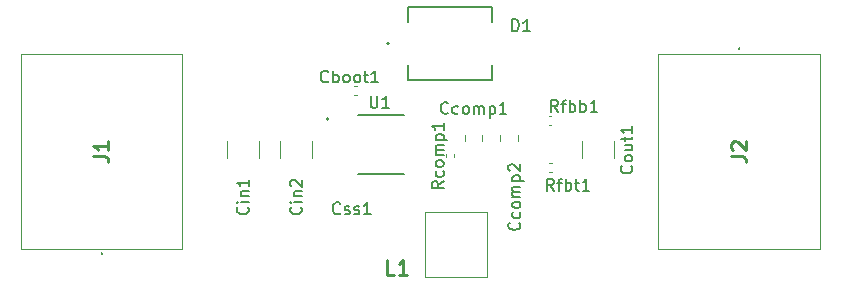
<source format=gto>
%TF.GenerationSoftware,KiCad,Pcbnew,9.0.4*%
%TF.CreationDate,2025-09-24T03:04:27+03:00*%
%TF.ProjectId,TPS54331DDAR_Buck_converter,54505335-3433-4333-9144-4441525f4275,rev?*%
%TF.SameCoordinates,Original*%
%TF.FileFunction,Legend,Top*%
%TF.FilePolarity,Positive*%
%FSLAX46Y46*%
G04 Gerber Fmt 4.6, Leading zero omitted, Abs format (unit mm)*
G04 Created by KiCad (PCBNEW 9.0.4) date 2025-09-24 03:04:27*
%MOMM*%
%LPD*%
G01*
G04 APERTURE LIST*
%ADD10C,0.150000*%
%ADD11C,0.254000*%
%ADD12C,0.120000*%
%ADD13C,0.100000*%
%ADD14C,0.200000*%
%ADD15C,0.127000*%
G04 APERTURE END LIST*
D10*
X121359580Y-82357142D02*
X121407200Y-82404761D01*
X121407200Y-82404761D02*
X121454819Y-82547618D01*
X121454819Y-82547618D02*
X121454819Y-82642856D01*
X121454819Y-82642856D02*
X121407200Y-82785713D01*
X121407200Y-82785713D02*
X121311961Y-82880951D01*
X121311961Y-82880951D02*
X121216723Y-82928570D01*
X121216723Y-82928570D02*
X121026247Y-82976189D01*
X121026247Y-82976189D02*
X120883390Y-82976189D01*
X120883390Y-82976189D02*
X120692914Y-82928570D01*
X120692914Y-82928570D02*
X120597676Y-82880951D01*
X120597676Y-82880951D02*
X120502438Y-82785713D01*
X120502438Y-82785713D02*
X120454819Y-82642856D01*
X120454819Y-82642856D02*
X120454819Y-82547618D01*
X120454819Y-82547618D02*
X120502438Y-82404761D01*
X120502438Y-82404761D02*
X120550057Y-82357142D01*
X121454819Y-81928570D02*
X120788152Y-81928570D01*
X120454819Y-81928570D02*
X120502438Y-81976189D01*
X120502438Y-81976189D02*
X120550057Y-81928570D01*
X120550057Y-81928570D02*
X120502438Y-81880951D01*
X120502438Y-81880951D02*
X120454819Y-81928570D01*
X120454819Y-81928570D02*
X120550057Y-81928570D01*
X120788152Y-81452380D02*
X121454819Y-81452380D01*
X120883390Y-81452380D02*
X120835771Y-81404761D01*
X120835771Y-81404761D02*
X120788152Y-81309523D01*
X120788152Y-81309523D02*
X120788152Y-81166666D01*
X120788152Y-81166666D02*
X120835771Y-81071428D01*
X120835771Y-81071428D02*
X120931009Y-81023809D01*
X120931009Y-81023809D02*
X121454819Y-81023809D01*
X120550057Y-80595237D02*
X120502438Y-80547618D01*
X120502438Y-80547618D02*
X120454819Y-80452380D01*
X120454819Y-80452380D02*
X120454819Y-80214285D01*
X120454819Y-80214285D02*
X120502438Y-80119047D01*
X120502438Y-80119047D02*
X120550057Y-80071428D01*
X120550057Y-80071428D02*
X120645295Y-80023809D01*
X120645295Y-80023809D02*
X120740533Y-80023809D01*
X120740533Y-80023809D02*
X120883390Y-80071428D01*
X120883390Y-80071428D02*
X121454819Y-80642856D01*
X121454819Y-80642856D02*
X121454819Y-80023809D01*
X124703809Y-82859580D02*
X124656190Y-82907200D01*
X124656190Y-82907200D02*
X124513333Y-82954819D01*
X124513333Y-82954819D02*
X124418095Y-82954819D01*
X124418095Y-82954819D02*
X124275238Y-82907200D01*
X124275238Y-82907200D02*
X124180000Y-82811961D01*
X124180000Y-82811961D02*
X124132381Y-82716723D01*
X124132381Y-82716723D02*
X124084762Y-82526247D01*
X124084762Y-82526247D02*
X124084762Y-82383390D01*
X124084762Y-82383390D02*
X124132381Y-82192914D01*
X124132381Y-82192914D02*
X124180000Y-82097676D01*
X124180000Y-82097676D02*
X124275238Y-82002438D01*
X124275238Y-82002438D02*
X124418095Y-81954819D01*
X124418095Y-81954819D02*
X124513333Y-81954819D01*
X124513333Y-81954819D02*
X124656190Y-82002438D01*
X124656190Y-82002438D02*
X124703809Y-82050057D01*
X125084762Y-82907200D02*
X125180000Y-82954819D01*
X125180000Y-82954819D02*
X125370476Y-82954819D01*
X125370476Y-82954819D02*
X125465714Y-82907200D01*
X125465714Y-82907200D02*
X125513333Y-82811961D01*
X125513333Y-82811961D02*
X125513333Y-82764342D01*
X125513333Y-82764342D02*
X125465714Y-82669104D01*
X125465714Y-82669104D02*
X125370476Y-82621485D01*
X125370476Y-82621485D02*
X125227619Y-82621485D01*
X125227619Y-82621485D02*
X125132381Y-82573866D01*
X125132381Y-82573866D02*
X125084762Y-82478628D01*
X125084762Y-82478628D02*
X125084762Y-82431009D01*
X125084762Y-82431009D02*
X125132381Y-82335771D01*
X125132381Y-82335771D02*
X125227619Y-82288152D01*
X125227619Y-82288152D02*
X125370476Y-82288152D01*
X125370476Y-82288152D02*
X125465714Y-82335771D01*
X125894286Y-82907200D02*
X125989524Y-82954819D01*
X125989524Y-82954819D02*
X126180000Y-82954819D01*
X126180000Y-82954819D02*
X126275238Y-82907200D01*
X126275238Y-82907200D02*
X126322857Y-82811961D01*
X126322857Y-82811961D02*
X126322857Y-82764342D01*
X126322857Y-82764342D02*
X126275238Y-82669104D01*
X126275238Y-82669104D02*
X126180000Y-82621485D01*
X126180000Y-82621485D02*
X126037143Y-82621485D01*
X126037143Y-82621485D02*
X125941905Y-82573866D01*
X125941905Y-82573866D02*
X125894286Y-82478628D01*
X125894286Y-82478628D02*
X125894286Y-82431009D01*
X125894286Y-82431009D02*
X125941905Y-82335771D01*
X125941905Y-82335771D02*
X126037143Y-82288152D01*
X126037143Y-82288152D02*
X126180000Y-82288152D01*
X126180000Y-82288152D02*
X126275238Y-82335771D01*
X127275238Y-82954819D02*
X126703810Y-82954819D01*
X126989524Y-82954819D02*
X126989524Y-81954819D01*
X126989524Y-81954819D02*
X126894286Y-82097676D01*
X126894286Y-82097676D02*
X126799048Y-82192914D01*
X126799048Y-82192914D02*
X126703810Y-82240533D01*
X123690475Y-71699580D02*
X123642856Y-71747200D01*
X123642856Y-71747200D02*
X123499999Y-71794819D01*
X123499999Y-71794819D02*
X123404761Y-71794819D01*
X123404761Y-71794819D02*
X123261904Y-71747200D01*
X123261904Y-71747200D02*
X123166666Y-71651961D01*
X123166666Y-71651961D02*
X123119047Y-71556723D01*
X123119047Y-71556723D02*
X123071428Y-71366247D01*
X123071428Y-71366247D02*
X123071428Y-71223390D01*
X123071428Y-71223390D02*
X123119047Y-71032914D01*
X123119047Y-71032914D02*
X123166666Y-70937676D01*
X123166666Y-70937676D02*
X123261904Y-70842438D01*
X123261904Y-70842438D02*
X123404761Y-70794819D01*
X123404761Y-70794819D02*
X123499999Y-70794819D01*
X123499999Y-70794819D02*
X123642856Y-70842438D01*
X123642856Y-70842438D02*
X123690475Y-70890057D01*
X124119047Y-71794819D02*
X124119047Y-70794819D01*
X124119047Y-71175771D02*
X124214285Y-71128152D01*
X124214285Y-71128152D02*
X124404761Y-71128152D01*
X124404761Y-71128152D02*
X124499999Y-71175771D01*
X124499999Y-71175771D02*
X124547618Y-71223390D01*
X124547618Y-71223390D02*
X124595237Y-71318628D01*
X124595237Y-71318628D02*
X124595237Y-71604342D01*
X124595237Y-71604342D02*
X124547618Y-71699580D01*
X124547618Y-71699580D02*
X124499999Y-71747200D01*
X124499999Y-71747200D02*
X124404761Y-71794819D01*
X124404761Y-71794819D02*
X124214285Y-71794819D01*
X124214285Y-71794819D02*
X124119047Y-71747200D01*
X125166666Y-71794819D02*
X125071428Y-71747200D01*
X125071428Y-71747200D02*
X125023809Y-71699580D01*
X125023809Y-71699580D02*
X124976190Y-71604342D01*
X124976190Y-71604342D02*
X124976190Y-71318628D01*
X124976190Y-71318628D02*
X125023809Y-71223390D01*
X125023809Y-71223390D02*
X125071428Y-71175771D01*
X125071428Y-71175771D02*
X125166666Y-71128152D01*
X125166666Y-71128152D02*
X125309523Y-71128152D01*
X125309523Y-71128152D02*
X125404761Y-71175771D01*
X125404761Y-71175771D02*
X125452380Y-71223390D01*
X125452380Y-71223390D02*
X125499999Y-71318628D01*
X125499999Y-71318628D02*
X125499999Y-71604342D01*
X125499999Y-71604342D02*
X125452380Y-71699580D01*
X125452380Y-71699580D02*
X125404761Y-71747200D01*
X125404761Y-71747200D02*
X125309523Y-71794819D01*
X125309523Y-71794819D02*
X125166666Y-71794819D01*
X126071428Y-71794819D02*
X125976190Y-71747200D01*
X125976190Y-71747200D02*
X125928571Y-71699580D01*
X125928571Y-71699580D02*
X125880952Y-71604342D01*
X125880952Y-71604342D02*
X125880952Y-71318628D01*
X125880952Y-71318628D02*
X125928571Y-71223390D01*
X125928571Y-71223390D02*
X125976190Y-71175771D01*
X125976190Y-71175771D02*
X126071428Y-71128152D01*
X126071428Y-71128152D02*
X126214285Y-71128152D01*
X126214285Y-71128152D02*
X126309523Y-71175771D01*
X126309523Y-71175771D02*
X126357142Y-71223390D01*
X126357142Y-71223390D02*
X126404761Y-71318628D01*
X126404761Y-71318628D02*
X126404761Y-71604342D01*
X126404761Y-71604342D02*
X126357142Y-71699580D01*
X126357142Y-71699580D02*
X126309523Y-71747200D01*
X126309523Y-71747200D02*
X126214285Y-71794819D01*
X126214285Y-71794819D02*
X126071428Y-71794819D01*
X126690476Y-71128152D02*
X127071428Y-71128152D01*
X126833333Y-70794819D02*
X126833333Y-71651961D01*
X126833333Y-71651961D02*
X126880952Y-71747200D01*
X126880952Y-71747200D02*
X126976190Y-71794819D01*
X126976190Y-71794819D02*
X127071428Y-71794819D01*
X127928571Y-71794819D02*
X127357143Y-71794819D01*
X127642857Y-71794819D02*
X127642857Y-70794819D01*
X127642857Y-70794819D02*
X127547619Y-70937676D01*
X127547619Y-70937676D02*
X127452381Y-71032914D01*
X127452381Y-71032914D02*
X127357143Y-71080533D01*
D11*
X157804318Y-78043332D02*
X158711461Y-78043332D01*
X158711461Y-78043332D02*
X158892889Y-78103809D01*
X158892889Y-78103809D02*
X159013842Y-78224761D01*
X159013842Y-78224761D02*
X159074318Y-78406190D01*
X159074318Y-78406190D02*
X159074318Y-78527142D01*
X157925270Y-77499047D02*
X157864794Y-77438571D01*
X157864794Y-77438571D02*
X157804318Y-77317618D01*
X157804318Y-77317618D02*
X157804318Y-77015237D01*
X157804318Y-77015237D02*
X157864794Y-76894285D01*
X157864794Y-76894285D02*
X157925270Y-76833809D01*
X157925270Y-76833809D02*
X158046222Y-76773332D01*
X158046222Y-76773332D02*
X158167175Y-76773332D01*
X158167175Y-76773332D02*
X158348603Y-76833809D01*
X158348603Y-76833809D02*
X159074318Y-77559523D01*
X159074318Y-77559523D02*
X159074318Y-76773332D01*
D10*
X149359580Y-78857143D02*
X149407200Y-78904762D01*
X149407200Y-78904762D02*
X149454819Y-79047619D01*
X149454819Y-79047619D02*
X149454819Y-79142857D01*
X149454819Y-79142857D02*
X149407200Y-79285714D01*
X149407200Y-79285714D02*
X149311961Y-79380952D01*
X149311961Y-79380952D02*
X149216723Y-79428571D01*
X149216723Y-79428571D02*
X149026247Y-79476190D01*
X149026247Y-79476190D02*
X148883390Y-79476190D01*
X148883390Y-79476190D02*
X148692914Y-79428571D01*
X148692914Y-79428571D02*
X148597676Y-79380952D01*
X148597676Y-79380952D02*
X148502438Y-79285714D01*
X148502438Y-79285714D02*
X148454819Y-79142857D01*
X148454819Y-79142857D02*
X148454819Y-79047619D01*
X148454819Y-79047619D02*
X148502438Y-78904762D01*
X148502438Y-78904762D02*
X148550057Y-78857143D01*
X149454819Y-78285714D02*
X149407200Y-78380952D01*
X149407200Y-78380952D02*
X149359580Y-78428571D01*
X149359580Y-78428571D02*
X149264342Y-78476190D01*
X149264342Y-78476190D02*
X148978628Y-78476190D01*
X148978628Y-78476190D02*
X148883390Y-78428571D01*
X148883390Y-78428571D02*
X148835771Y-78380952D01*
X148835771Y-78380952D02*
X148788152Y-78285714D01*
X148788152Y-78285714D02*
X148788152Y-78142857D01*
X148788152Y-78142857D02*
X148835771Y-78047619D01*
X148835771Y-78047619D02*
X148883390Y-78000000D01*
X148883390Y-78000000D02*
X148978628Y-77952381D01*
X148978628Y-77952381D02*
X149264342Y-77952381D01*
X149264342Y-77952381D02*
X149359580Y-78000000D01*
X149359580Y-78000000D02*
X149407200Y-78047619D01*
X149407200Y-78047619D02*
X149454819Y-78142857D01*
X149454819Y-78142857D02*
X149454819Y-78285714D01*
X148788152Y-77095238D02*
X149454819Y-77095238D01*
X148788152Y-77523809D02*
X149311961Y-77523809D01*
X149311961Y-77523809D02*
X149407200Y-77476190D01*
X149407200Y-77476190D02*
X149454819Y-77380952D01*
X149454819Y-77380952D02*
X149454819Y-77238095D01*
X149454819Y-77238095D02*
X149407200Y-77142857D01*
X149407200Y-77142857D02*
X149359580Y-77095238D01*
X148788152Y-76761904D02*
X148788152Y-76380952D01*
X148454819Y-76619047D02*
X149311961Y-76619047D01*
X149311961Y-76619047D02*
X149407200Y-76571428D01*
X149407200Y-76571428D02*
X149454819Y-76476190D01*
X149454819Y-76476190D02*
X149454819Y-76380952D01*
X149454819Y-75523809D02*
X149454819Y-76095237D01*
X149454819Y-75809523D02*
X148454819Y-75809523D01*
X148454819Y-75809523D02*
X148597676Y-75904761D01*
X148597676Y-75904761D02*
X148692914Y-75999999D01*
X148692914Y-75999999D02*
X148740533Y-76095237D01*
X133454819Y-80166666D02*
X132978628Y-80499999D01*
X133454819Y-80738094D02*
X132454819Y-80738094D01*
X132454819Y-80738094D02*
X132454819Y-80357142D01*
X132454819Y-80357142D02*
X132502438Y-80261904D01*
X132502438Y-80261904D02*
X132550057Y-80214285D01*
X132550057Y-80214285D02*
X132645295Y-80166666D01*
X132645295Y-80166666D02*
X132788152Y-80166666D01*
X132788152Y-80166666D02*
X132883390Y-80214285D01*
X132883390Y-80214285D02*
X132931009Y-80261904D01*
X132931009Y-80261904D02*
X132978628Y-80357142D01*
X132978628Y-80357142D02*
X132978628Y-80738094D01*
X133407200Y-79309523D02*
X133454819Y-79404761D01*
X133454819Y-79404761D02*
X133454819Y-79595237D01*
X133454819Y-79595237D02*
X133407200Y-79690475D01*
X133407200Y-79690475D02*
X133359580Y-79738094D01*
X133359580Y-79738094D02*
X133264342Y-79785713D01*
X133264342Y-79785713D02*
X132978628Y-79785713D01*
X132978628Y-79785713D02*
X132883390Y-79738094D01*
X132883390Y-79738094D02*
X132835771Y-79690475D01*
X132835771Y-79690475D02*
X132788152Y-79595237D01*
X132788152Y-79595237D02*
X132788152Y-79404761D01*
X132788152Y-79404761D02*
X132835771Y-79309523D01*
X133454819Y-78738094D02*
X133407200Y-78833332D01*
X133407200Y-78833332D02*
X133359580Y-78880951D01*
X133359580Y-78880951D02*
X133264342Y-78928570D01*
X133264342Y-78928570D02*
X132978628Y-78928570D01*
X132978628Y-78928570D02*
X132883390Y-78880951D01*
X132883390Y-78880951D02*
X132835771Y-78833332D01*
X132835771Y-78833332D02*
X132788152Y-78738094D01*
X132788152Y-78738094D02*
X132788152Y-78595237D01*
X132788152Y-78595237D02*
X132835771Y-78499999D01*
X132835771Y-78499999D02*
X132883390Y-78452380D01*
X132883390Y-78452380D02*
X132978628Y-78404761D01*
X132978628Y-78404761D02*
X133264342Y-78404761D01*
X133264342Y-78404761D02*
X133359580Y-78452380D01*
X133359580Y-78452380D02*
X133407200Y-78499999D01*
X133407200Y-78499999D02*
X133454819Y-78595237D01*
X133454819Y-78595237D02*
X133454819Y-78738094D01*
X133454819Y-77976189D02*
X132788152Y-77976189D01*
X132883390Y-77976189D02*
X132835771Y-77928570D01*
X132835771Y-77928570D02*
X132788152Y-77833332D01*
X132788152Y-77833332D02*
X132788152Y-77690475D01*
X132788152Y-77690475D02*
X132835771Y-77595237D01*
X132835771Y-77595237D02*
X132931009Y-77547618D01*
X132931009Y-77547618D02*
X133454819Y-77547618D01*
X132931009Y-77547618D02*
X132835771Y-77499999D01*
X132835771Y-77499999D02*
X132788152Y-77404761D01*
X132788152Y-77404761D02*
X132788152Y-77261904D01*
X132788152Y-77261904D02*
X132835771Y-77166665D01*
X132835771Y-77166665D02*
X132931009Y-77119046D01*
X132931009Y-77119046D02*
X133454819Y-77119046D01*
X132788152Y-76642856D02*
X133788152Y-76642856D01*
X132835771Y-76642856D02*
X132788152Y-76547618D01*
X132788152Y-76547618D02*
X132788152Y-76357142D01*
X132788152Y-76357142D02*
X132835771Y-76261904D01*
X132835771Y-76261904D02*
X132883390Y-76214285D01*
X132883390Y-76214285D02*
X132978628Y-76166666D01*
X132978628Y-76166666D02*
X133264342Y-76166666D01*
X133264342Y-76166666D02*
X133359580Y-76214285D01*
X133359580Y-76214285D02*
X133407200Y-76261904D01*
X133407200Y-76261904D02*
X133454819Y-76357142D01*
X133454819Y-76357142D02*
X133454819Y-76547618D01*
X133454819Y-76547618D02*
X133407200Y-76642856D01*
X133454819Y-75214285D02*
X133454819Y-75785713D01*
X133454819Y-75499999D02*
X132454819Y-75499999D01*
X132454819Y-75499999D02*
X132597676Y-75595237D01*
X132597676Y-75595237D02*
X132692914Y-75690475D01*
X132692914Y-75690475D02*
X132740533Y-75785713D01*
X127288095Y-72954819D02*
X127288095Y-73764342D01*
X127288095Y-73764342D02*
X127335714Y-73859580D01*
X127335714Y-73859580D02*
X127383333Y-73907200D01*
X127383333Y-73907200D02*
X127478571Y-73954819D01*
X127478571Y-73954819D02*
X127669047Y-73954819D01*
X127669047Y-73954819D02*
X127764285Y-73907200D01*
X127764285Y-73907200D02*
X127811904Y-73859580D01*
X127811904Y-73859580D02*
X127859523Y-73764342D01*
X127859523Y-73764342D02*
X127859523Y-72954819D01*
X128859523Y-73954819D02*
X128288095Y-73954819D01*
X128573809Y-73954819D02*
X128573809Y-72954819D01*
X128573809Y-72954819D02*
X128478571Y-73097676D01*
X128478571Y-73097676D02*
X128383333Y-73192914D01*
X128383333Y-73192914D02*
X128288095Y-73240533D01*
X142809523Y-80954819D02*
X142476190Y-80478628D01*
X142238095Y-80954819D02*
X142238095Y-79954819D01*
X142238095Y-79954819D02*
X142619047Y-79954819D01*
X142619047Y-79954819D02*
X142714285Y-80002438D01*
X142714285Y-80002438D02*
X142761904Y-80050057D01*
X142761904Y-80050057D02*
X142809523Y-80145295D01*
X142809523Y-80145295D02*
X142809523Y-80288152D01*
X142809523Y-80288152D02*
X142761904Y-80383390D01*
X142761904Y-80383390D02*
X142714285Y-80431009D01*
X142714285Y-80431009D02*
X142619047Y-80478628D01*
X142619047Y-80478628D02*
X142238095Y-80478628D01*
X143095238Y-80288152D02*
X143476190Y-80288152D01*
X143238095Y-80954819D02*
X143238095Y-80097676D01*
X143238095Y-80097676D02*
X143285714Y-80002438D01*
X143285714Y-80002438D02*
X143380952Y-79954819D01*
X143380952Y-79954819D02*
X143476190Y-79954819D01*
X143809524Y-80954819D02*
X143809524Y-79954819D01*
X143809524Y-80335771D02*
X143904762Y-80288152D01*
X143904762Y-80288152D02*
X144095238Y-80288152D01*
X144095238Y-80288152D02*
X144190476Y-80335771D01*
X144190476Y-80335771D02*
X144238095Y-80383390D01*
X144238095Y-80383390D02*
X144285714Y-80478628D01*
X144285714Y-80478628D02*
X144285714Y-80764342D01*
X144285714Y-80764342D02*
X144238095Y-80859580D01*
X144238095Y-80859580D02*
X144190476Y-80907200D01*
X144190476Y-80907200D02*
X144095238Y-80954819D01*
X144095238Y-80954819D02*
X143904762Y-80954819D01*
X143904762Y-80954819D02*
X143809524Y-80907200D01*
X144571429Y-80288152D02*
X144952381Y-80288152D01*
X144714286Y-79954819D02*
X144714286Y-80811961D01*
X144714286Y-80811961D02*
X144761905Y-80907200D01*
X144761905Y-80907200D02*
X144857143Y-80954819D01*
X144857143Y-80954819D02*
X144952381Y-80954819D01*
X145809524Y-80954819D02*
X145238096Y-80954819D01*
X145523810Y-80954819D02*
X145523810Y-79954819D01*
X145523810Y-79954819D02*
X145428572Y-80097676D01*
X145428572Y-80097676D02*
X145333334Y-80192914D01*
X145333334Y-80192914D02*
X145238096Y-80240533D01*
X116859580Y-82357142D02*
X116907200Y-82404761D01*
X116907200Y-82404761D02*
X116954819Y-82547618D01*
X116954819Y-82547618D02*
X116954819Y-82642856D01*
X116954819Y-82642856D02*
X116907200Y-82785713D01*
X116907200Y-82785713D02*
X116811961Y-82880951D01*
X116811961Y-82880951D02*
X116716723Y-82928570D01*
X116716723Y-82928570D02*
X116526247Y-82976189D01*
X116526247Y-82976189D02*
X116383390Y-82976189D01*
X116383390Y-82976189D02*
X116192914Y-82928570D01*
X116192914Y-82928570D02*
X116097676Y-82880951D01*
X116097676Y-82880951D02*
X116002438Y-82785713D01*
X116002438Y-82785713D02*
X115954819Y-82642856D01*
X115954819Y-82642856D02*
X115954819Y-82547618D01*
X115954819Y-82547618D02*
X116002438Y-82404761D01*
X116002438Y-82404761D02*
X116050057Y-82357142D01*
X116954819Y-81928570D02*
X116288152Y-81928570D01*
X115954819Y-81928570D02*
X116002438Y-81976189D01*
X116002438Y-81976189D02*
X116050057Y-81928570D01*
X116050057Y-81928570D02*
X116002438Y-81880951D01*
X116002438Y-81880951D02*
X115954819Y-81928570D01*
X115954819Y-81928570D02*
X116050057Y-81928570D01*
X116288152Y-81452380D02*
X116954819Y-81452380D01*
X116383390Y-81452380D02*
X116335771Y-81404761D01*
X116335771Y-81404761D02*
X116288152Y-81309523D01*
X116288152Y-81309523D02*
X116288152Y-81166666D01*
X116288152Y-81166666D02*
X116335771Y-81071428D01*
X116335771Y-81071428D02*
X116431009Y-81023809D01*
X116431009Y-81023809D02*
X116954819Y-81023809D01*
X116954819Y-80023809D02*
X116954819Y-80595237D01*
X116954819Y-80309523D02*
X115954819Y-80309523D01*
X115954819Y-80309523D02*
X116097676Y-80404761D01*
X116097676Y-80404761D02*
X116192914Y-80499999D01*
X116192914Y-80499999D02*
X116240533Y-80595237D01*
X143142856Y-74294819D02*
X142809523Y-73818628D01*
X142571428Y-74294819D02*
X142571428Y-73294819D01*
X142571428Y-73294819D02*
X142952380Y-73294819D01*
X142952380Y-73294819D02*
X143047618Y-73342438D01*
X143047618Y-73342438D02*
X143095237Y-73390057D01*
X143095237Y-73390057D02*
X143142856Y-73485295D01*
X143142856Y-73485295D02*
X143142856Y-73628152D01*
X143142856Y-73628152D02*
X143095237Y-73723390D01*
X143095237Y-73723390D02*
X143047618Y-73771009D01*
X143047618Y-73771009D02*
X142952380Y-73818628D01*
X142952380Y-73818628D02*
X142571428Y-73818628D01*
X143428571Y-73628152D02*
X143809523Y-73628152D01*
X143571428Y-74294819D02*
X143571428Y-73437676D01*
X143571428Y-73437676D02*
X143619047Y-73342438D01*
X143619047Y-73342438D02*
X143714285Y-73294819D01*
X143714285Y-73294819D02*
X143809523Y-73294819D01*
X144142857Y-74294819D02*
X144142857Y-73294819D01*
X144142857Y-73675771D02*
X144238095Y-73628152D01*
X144238095Y-73628152D02*
X144428571Y-73628152D01*
X144428571Y-73628152D02*
X144523809Y-73675771D01*
X144523809Y-73675771D02*
X144571428Y-73723390D01*
X144571428Y-73723390D02*
X144619047Y-73818628D01*
X144619047Y-73818628D02*
X144619047Y-74104342D01*
X144619047Y-74104342D02*
X144571428Y-74199580D01*
X144571428Y-74199580D02*
X144523809Y-74247200D01*
X144523809Y-74247200D02*
X144428571Y-74294819D01*
X144428571Y-74294819D02*
X144238095Y-74294819D01*
X144238095Y-74294819D02*
X144142857Y-74247200D01*
X145047619Y-74294819D02*
X145047619Y-73294819D01*
X145047619Y-73675771D02*
X145142857Y-73628152D01*
X145142857Y-73628152D02*
X145333333Y-73628152D01*
X145333333Y-73628152D02*
X145428571Y-73675771D01*
X145428571Y-73675771D02*
X145476190Y-73723390D01*
X145476190Y-73723390D02*
X145523809Y-73818628D01*
X145523809Y-73818628D02*
X145523809Y-74104342D01*
X145523809Y-74104342D02*
X145476190Y-74199580D01*
X145476190Y-74199580D02*
X145428571Y-74247200D01*
X145428571Y-74247200D02*
X145333333Y-74294819D01*
X145333333Y-74294819D02*
X145142857Y-74294819D01*
X145142857Y-74294819D02*
X145047619Y-74247200D01*
X146476190Y-74294819D02*
X145904762Y-74294819D01*
X146190476Y-74294819D02*
X146190476Y-73294819D01*
X146190476Y-73294819D02*
X146095238Y-73437676D01*
X146095238Y-73437676D02*
X146000000Y-73532914D01*
X146000000Y-73532914D02*
X145904762Y-73580533D01*
X133833333Y-74359580D02*
X133785714Y-74407200D01*
X133785714Y-74407200D02*
X133642857Y-74454819D01*
X133642857Y-74454819D02*
X133547619Y-74454819D01*
X133547619Y-74454819D02*
X133404762Y-74407200D01*
X133404762Y-74407200D02*
X133309524Y-74311961D01*
X133309524Y-74311961D02*
X133261905Y-74216723D01*
X133261905Y-74216723D02*
X133214286Y-74026247D01*
X133214286Y-74026247D02*
X133214286Y-73883390D01*
X133214286Y-73883390D02*
X133261905Y-73692914D01*
X133261905Y-73692914D02*
X133309524Y-73597676D01*
X133309524Y-73597676D02*
X133404762Y-73502438D01*
X133404762Y-73502438D02*
X133547619Y-73454819D01*
X133547619Y-73454819D02*
X133642857Y-73454819D01*
X133642857Y-73454819D02*
X133785714Y-73502438D01*
X133785714Y-73502438D02*
X133833333Y-73550057D01*
X134690476Y-74407200D02*
X134595238Y-74454819D01*
X134595238Y-74454819D02*
X134404762Y-74454819D01*
X134404762Y-74454819D02*
X134309524Y-74407200D01*
X134309524Y-74407200D02*
X134261905Y-74359580D01*
X134261905Y-74359580D02*
X134214286Y-74264342D01*
X134214286Y-74264342D02*
X134214286Y-73978628D01*
X134214286Y-73978628D02*
X134261905Y-73883390D01*
X134261905Y-73883390D02*
X134309524Y-73835771D01*
X134309524Y-73835771D02*
X134404762Y-73788152D01*
X134404762Y-73788152D02*
X134595238Y-73788152D01*
X134595238Y-73788152D02*
X134690476Y-73835771D01*
X135261905Y-74454819D02*
X135166667Y-74407200D01*
X135166667Y-74407200D02*
X135119048Y-74359580D01*
X135119048Y-74359580D02*
X135071429Y-74264342D01*
X135071429Y-74264342D02*
X135071429Y-73978628D01*
X135071429Y-73978628D02*
X135119048Y-73883390D01*
X135119048Y-73883390D02*
X135166667Y-73835771D01*
X135166667Y-73835771D02*
X135261905Y-73788152D01*
X135261905Y-73788152D02*
X135404762Y-73788152D01*
X135404762Y-73788152D02*
X135500000Y-73835771D01*
X135500000Y-73835771D02*
X135547619Y-73883390D01*
X135547619Y-73883390D02*
X135595238Y-73978628D01*
X135595238Y-73978628D02*
X135595238Y-74264342D01*
X135595238Y-74264342D02*
X135547619Y-74359580D01*
X135547619Y-74359580D02*
X135500000Y-74407200D01*
X135500000Y-74407200D02*
X135404762Y-74454819D01*
X135404762Y-74454819D02*
X135261905Y-74454819D01*
X136023810Y-74454819D02*
X136023810Y-73788152D01*
X136023810Y-73883390D02*
X136071429Y-73835771D01*
X136071429Y-73835771D02*
X136166667Y-73788152D01*
X136166667Y-73788152D02*
X136309524Y-73788152D01*
X136309524Y-73788152D02*
X136404762Y-73835771D01*
X136404762Y-73835771D02*
X136452381Y-73931009D01*
X136452381Y-73931009D02*
X136452381Y-74454819D01*
X136452381Y-73931009D02*
X136500000Y-73835771D01*
X136500000Y-73835771D02*
X136595238Y-73788152D01*
X136595238Y-73788152D02*
X136738095Y-73788152D01*
X136738095Y-73788152D02*
X136833334Y-73835771D01*
X136833334Y-73835771D02*
X136880953Y-73931009D01*
X136880953Y-73931009D02*
X136880953Y-74454819D01*
X137357143Y-73788152D02*
X137357143Y-74788152D01*
X137357143Y-73835771D02*
X137452381Y-73788152D01*
X137452381Y-73788152D02*
X137642857Y-73788152D01*
X137642857Y-73788152D02*
X137738095Y-73835771D01*
X137738095Y-73835771D02*
X137785714Y-73883390D01*
X137785714Y-73883390D02*
X137833333Y-73978628D01*
X137833333Y-73978628D02*
X137833333Y-74264342D01*
X137833333Y-74264342D02*
X137785714Y-74359580D01*
X137785714Y-74359580D02*
X137738095Y-74407200D01*
X137738095Y-74407200D02*
X137642857Y-74454819D01*
X137642857Y-74454819D02*
X137452381Y-74454819D01*
X137452381Y-74454819D02*
X137357143Y-74407200D01*
X138785714Y-74454819D02*
X138214286Y-74454819D01*
X138500000Y-74454819D02*
X138500000Y-73454819D01*
X138500000Y-73454819D02*
X138404762Y-73597676D01*
X138404762Y-73597676D02*
X138309524Y-73692914D01*
X138309524Y-73692914D02*
X138214286Y-73740533D01*
D11*
X129288333Y-88074318D02*
X128683571Y-88074318D01*
X128683571Y-88074318D02*
X128683571Y-86804318D01*
X130376905Y-88074318D02*
X129651190Y-88074318D01*
X130014047Y-88074318D02*
X130014047Y-86804318D01*
X130014047Y-86804318D02*
X129893095Y-86985746D01*
X129893095Y-86985746D02*
X129772143Y-87106699D01*
X129772143Y-87106699D02*
X129651190Y-87167175D01*
X103804318Y-78053332D02*
X104711461Y-78053332D01*
X104711461Y-78053332D02*
X104892889Y-78113809D01*
X104892889Y-78113809D02*
X105013842Y-78234761D01*
X105013842Y-78234761D02*
X105074318Y-78416190D01*
X105074318Y-78416190D02*
X105074318Y-78537142D01*
X105074318Y-76783332D02*
X105074318Y-77509047D01*
X105074318Y-77146190D02*
X103804318Y-77146190D01*
X103804318Y-77146190D02*
X103985746Y-77267142D01*
X103985746Y-77267142D02*
X104106699Y-77388094D01*
X104106699Y-77388094D02*
X104167175Y-77509047D01*
D10*
X139859580Y-83666666D02*
X139907200Y-83714285D01*
X139907200Y-83714285D02*
X139954819Y-83857142D01*
X139954819Y-83857142D02*
X139954819Y-83952380D01*
X139954819Y-83952380D02*
X139907200Y-84095237D01*
X139907200Y-84095237D02*
X139811961Y-84190475D01*
X139811961Y-84190475D02*
X139716723Y-84238094D01*
X139716723Y-84238094D02*
X139526247Y-84285713D01*
X139526247Y-84285713D02*
X139383390Y-84285713D01*
X139383390Y-84285713D02*
X139192914Y-84238094D01*
X139192914Y-84238094D02*
X139097676Y-84190475D01*
X139097676Y-84190475D02*
X139002438Y-84095237D01*
X139002438Y-84095237D02*
X138954819Y-83952380D01*
X138954819Y-83952380D02*
X138954819Y-83857142D01*
X138954819Y-83857142D02*
X139002438Y-83714285D01*
X139002438Y-83714285D02*
X139050057Y-83666666D01*
X139907200Y-82809523D02*
X139954819Y-82904761D01*
X139954819Y-82904761D02*
X139954819Y-83095237D01*
X139954819Y-83095237D02*
X139907200Y-83190475D01*
X139907200Y-83190475D02*
X139859580Y-83238094D01*
X139859580Y-83238094D02*
X139764342Y-83285713D01*
X139764342Y-83285713D02*
X139478628Y-83285713D01*
X139478628Y-83285713D02*
X139383390Y-83238094D01*
X139383390Y-83238094D02*
X139335771Y-83190475D01*
X139335771Y-83190475D02*
X139288152Y-83095237D01*
X139288152Y-83095237D02*
X139288152Y-82904761D01*
X139288152Y-82904761D02*
X139335771Y-82809523D01*
X139954819Y-82238094D02*
X139907200Y-82333332D01*
X139907200Y-82333332D02*
X139859580Y-82380951D01*
X139859580Y-82380951D02*
X139764342Y-82428570D01*
X139764342Y-82428570D02*
X139478628Y-82428570D01*
X139478628Y-82428570D02*
X139383390Y-82380951D01*
X139383390Y-82380951D02*
X139335771Y-82333332D01*
X139335771Y-82333332D02*
X139288152Y-82238094D01*
X139288152Y-82238094D02*
X139288152Y-82095237D01*
X139288152Y-82095237D02*
X139335771Y-81999999D01*
X139335771Y-81999999D02*
X139383390Y-81952380D01*
X139383390Y-81952380D02*
X139478628Y-81904761D01*
X139478628Y-81904761D02*
X139764342Y-81904761D01*
X139764342Y-81904761D02*
X139859580Y-81952380D01*
X139859580Y-81952380D02*
X139907200Y-81999999D01*
X139907200Y-81999999D02*
X139954819Y-82095237D01*
X139954819Y-82095237D02*
X139954819Y-82238094D01*
X139954819Y-81476189D02*
X139288152Y-81476189D01*
X139383390Y-81476189D02*
X139335771Y-81428570D01*
X139335771Y-81428570D02*
X139288152Y-81333332D01*
X139288152Y-81333332D02*
X139288152Y-81190475D01*
X139288152Y-81190475D02*
X139335771Y-81095237D01*
X139335771Y-81095237D02*
X139431009Y-81047618D01*
X139431009Y-81047618D02*
X139954819Y-81047618D01*
X139431009Y-81047618D02*
X139335771Y-80999999D01*
X139335771Y-80999999D02*
X139288152Y-80904761D01*
X139288152Y-80904761D02*
X139288152Y-80761904D01*
X139288152Y-80761904D02*
X139335771Y-80666665D01*
X139335771Y-80666665D02*
X139431009Y-80619046D01*
X139431009Y-80619046D02*
X139954819Y-80619046D01*
X139288152Y-80142856D02*
X140288152Y-80142856D01*
X139335771Y-80142856D02*
X139288152Y-80047618D01*
X139288152Y-80047618D02*
X139288152Y-79857142D01*
X139288152Y-79857142D02*
X139335771Y-79761904D01*
X139335771Y-79761904D02*
X139383390Y-79714285D01*
X139383390Y-79714285D02*
X139478628Y-79666666D01*
X139478628Y-79666666D02*
X139764342Y-79666666D01*
X139764342Y-79666666D02*
X139859580Y-79714285D01*
X139859580Y-79714285D02*
X139907200Y-79761904D01*
X139907200Y-79761904D02*
X139954819Y-79857142D01*
X139954819Y-79857142D02*
X139954819Y-80047618D01*
X139954819Y-80047618D02*
X139907200Y-80142856D01*
X139050057Y-79285713D02*
X139002438Y-79238094D01*
X139002438Y-79238094D02*
X138954819Y-79142856D01*
X138954819Y-79142856D02*
X138954819Y-78904761D01*
X138954819Y-78904761D02*
X139002438Y-78809523D01*
X139002438Y-78809523D02*
X139050057Y-78761904D01*
X139050057Y-78761904D02*
X139145295Y-78714285D01*
X139145295Y-78714285D02*
X139240533Y-78714285D01*
X139240533Y-78714285D02*
X139383390Y-78761904D01*
X139383390Y-78761904D02*
X139954819Y-79333332D01*
X139954819Y-79333332D02*
X139954819Y-78714285D01*
X139261905Y-67454819D02*
X139261905Y-66454819D01*
X139261905Y-66454819D02*
X139500000Y-66454819D01*
X139500000Y-66454819D02*
X139642857Y-66502438D01*
X139642857Y-66502438D02*
X139738095Y-66597676D01*
X139738095Y-66597676D02*
X139785714Y-66692914D01*
X139785714Y-66692914D02*
X139833333Y-66883390D01*
X139833333Y-66883390D02*
X139833333Y-67026247D01*
X139833333Y-67026247D02*
X139785714Y-67216723D01*
X139785714Y-67216723D02*
X139738095Y-67311961D01*
X139738095Y-67311961D02*
X139642857Y-67407200D01*
X139642857Y-67407200D02*
X139500000Y-67454819D01*
X139500000Y-67454819D02*
X139261905Y-67454819D01*
X140785714Y-67454819D02*
X140214286Y-67454819D01*
X140500000Y-67454819D02*
X140500000Y-66454819D01*
X140500000Y-66454819D02*
X140404762Y-66597676D01*
X140404762Y-66597676D02*
X140309524Y-66692914D01*
X140309524Y-66692914D02*
X140214286Y-66740533D01*
D12*
%TO.C,Cin2*%
X119640000Y-78211252D02*
X119640000Y-76788748D01*
X122360000Y-78211252D02*
X122360000Y-76788748D01*
%TO.C,Cboot1*%
X125892164Y-72140000D02*
X126107836Y-72140000D01*
X125892164Y-72860000D02*
X126107836Y-72860000D01*
D13*
%TO.C,J2*%
X151650000Y-69370000D02*
X165350000Y-69370000D01*
X151650000Y-85870000D02*
X151650000Y-69370000D01*
D14*
X158500000Y-68900000D02*
X158500000Y-68900000D01*
X158500000Y-68900000D02*
X158500000Y-68900000D01*
X158500000Y-69000000D02*
X158500000Y-69000000D01*
D13*
X165350000Y-69370000D02*
X165350000Y-85870000D01*
X165350000Y-85870000D02*
X151650000Y-85870000D01*
D14*
X158500000Y-68900000D02*
G75*
G02*
X158500000Y-69000000I0J-50000D01*
G01*
X158500000Y-69000000D02*
G75*
G02*
X158500000Y-68900000I0J50000D01*
G01*
X158500000Y-69000000D02*
G75*
G02*
X158500000Y-68900000I0J50000D01*
G01*
D12*
%TO.C,Cout1*%
X145140000Y-78211252D02*
X145140000Y-76788748D01*
X147860000Y-78211252D02*
X147860000Y-76788748D01*
%TO.C,Rcomp1*%
X133640000Y-77892164D02*
X133640000Y-78107836D01*
X134360000Y-77892164D02*
X134360000Y-78107836D01*
D15*
%TO.C,U1*%
X126175000Y-74570000D02*
X130075000Y-74570000D01*
X126175000Y-79570000D02*
X130075000Y-79570000D01*
D14*
X123755000Y-74890000D02*
G75*
G02*
X123555000Y-74890000I-100000J0D01*
G01*
X123555000Y-74890000D02*
G75*
G02*
X123755000Y-74890000I100000J0D01*
G01*
D12*
%TO.C,Rfbt1*%
X142392164Y-78640000D02*
X142607836Y-78640000D01*
X142392164Y-79360000D02*
X142607836Y-79360000D01*
%TO.C,Cin1*%
X115140000Y-78186252D02*
X115140000Y-76763748D01*
X117860000Y-78186252D02*
X117860000Y-76763748D01*
%TO.C,Rfbb1*%
X142372164Y-74640000D02*
X142587836Y-74640000D01*
X142372164Y-75360000D02*
X142587836Y-75360000D01*
%TO.C,Ccomp1*%
X135265000Y-76761252D02*
X135265000Y-76238748D01*
X136735000Y-76761252D02*
X136735000Y-76238748D01*
D13*
%TO.C,L1*%
X131860000Y-82760000D02*
X137140000Y-82760000D01*
X131860000Y-88240000D02*
X131860000Y-82760000D01*
X137140000Y-82760000D02*
X137140000Y-88240000D01*
X137140000Y-88240000D02*
X131860000Y-88240000D01*
%TO.C,J1*%
X97650000Y-69380000D02*
X111350000Y-69380000D01*
X97650000Y-85880000D02*
X97650000Y-69380000D01*
D14*
X104500000Y-86250000D02*
X104500000Y-86250000D01*
X104500000Y-86350000D02*
X104500000Y-86350000D01*
X104500000Y-86350000D02*
X104500000Y-86350000D01*
D13*
X111350000Y-69380000D02*
X111350000Y-85880000D01*
X111350000Y-85880000D02*
X97650000Y-85880000D01*
D14*
X104500000Y-86250000D02*
G75*
G02*
X104500000Y-86350000I0J-50000D01*
G01*
X104500000Y-86250000D02*
G75*
G02*
X104500000Y-86350000I0J-50000D01*
G01*
X104500000Y-86350000D02*
G75*
G02*
X104500000Y-86250000I0J50000D01*
G01*
D12*
%TO.C,Ccomp2*%
X138265000Y-76761252D02*
X138265000Y-76238748D01*
X139735000Y-76761252D02*
X139735000Y-76238748D01*
D15*
%TO.C,D1*%
X130450000Y-65450000D02*
X137550000Y-65450000D01*
X130450000Y-66651500D02*
X130450000Y-65450000D01*
X130450000Y-70348500D02*
X130450000Y-71550000D01*
X130450000Y-71550000D02*
X137550000Y-71550000D01*
X137550000Y-65450000D02*
X137550000Y-66651500D01*
X137550000Y-71550000D02*
X137550000Y-70348500D01*
D14*
X128850000Y-68500000D02*
G75*
G02*
X128650000Y-68500000I-100000J0D01*
G01*
X128650000Y-68500000D02*
G75*
G02*
X128850000Y-68500000I100000J0D01*
G01*
%TD*%
M02*

</source>
